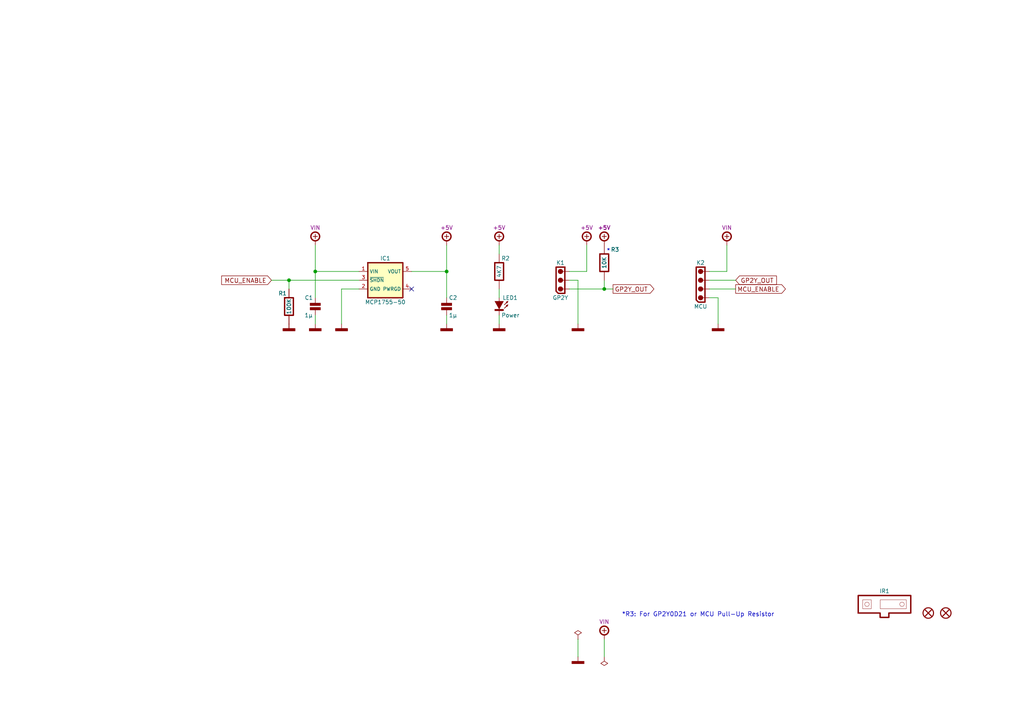
<source format=kicad_sch>
(kicad_sch (version 20211123) (generator eeschema)
  (paper "A4")
  (title_block (title "TBOT - SHARP-GP2Y") (date "01/2022") (rev "A"))
  (lib_symbols
    (symbol "tronixio:CAPACITOR-1206-1U" (pin_numbers hide) (pin_names (offset 0) hide)
      (property "Reference" "C" (at 1.27 2.54 0))
      (property "Value" "CAPACITOR-1206-1U" (at 1.27 -2.54 0))
      (symbol "CAPACITOR-1206-1U_0_1"
        (rectangle (start -1.524 -0.254) (end 1.524 -1.016) (stroke (width 0.001)) (fill (type outline)))
        (rectangle (start -1.524 1.016) (end 1.524 0.254) (stroke (width 0.001)) (fill (type outline)))
      )
      (symbol "CAPACITOR-1206-1U_1_1"
        (pin passive line (at 0 2.54 270) (length 1.905) (name "~") (number "1"))
        (pin passive line (at 0 -2.54 90) (length 1.905) (name "~") (number "2"))
      )
    )
    (symbol "tronixio:KINGBRIGHT-LED-1206-PURPLE" (pin_numbers hide) (pin_names (offset 0) hide)
      (property "Reference" "LED" (at 0 -2.54 0))
      (property "Value" "KINGBRIGHT-LED-1206-PURPLE" (at 0 -5.08 0))
      (symbol "KINGBRIGHT-LED-1206-PURPLE_0_1"
        (rectangle (start -1.27 1.27) (end -0.762 -1.27) (stroke (width 0.001)) (fill (type outline)))
        (polyline (pts (xy 1.524 -1.27) (xy 1.524 1.27) (xy -0.762 0) (xy 1.524 -1.27)) (stroke (width 0.001)) (fill (type outline)))
        (polyline (pts (xy -0.508 1.524) (xy 0.508 2.54) (xy 0.254 2.032) (xy 0 2.286) (xy 0.508 2.54)) (stroke (width 0.2)))
        (polyline (pts (xy 0.508 1.524) (xy 1.524 2.54) (xy 1.27 2.032) (xy 1.016 2.286) (xy 1.524 2.54)) (stroke (width 0.2)))
      )
      (symbol "KINGBRIGHT-LED-1206-PURPLE_1_1"
        (pin passive line (at -2.54 0 0) (length 1.27) (name "K") (number "1"))
        (pin passive line (at 2.54 0 180) (length 1.27) (name "A") (number "2"))
      )
    )
    (symbol "tronixio:MICROCHIP-MCP1755-50-SOT23" (pin_names (offset 0.5))
      (property "Reference" "U" (at 0 6.35 0))
      (property "Value" "MICROCHIP-MCP1755-50-SOT23" (at 0 -6.35 0))
      (symbol "MICROCHIP-MCP1755-50-SOT23_0_1"
        (rectangle (start -5.08 5.08) (end 5.08 -5.08) (stroke (width 0.4)) (fill (type background)))
      )
      (symbol "MICROCHIP-MCP1755-50-SOT23_1_1"
        (pin power_in line (at -7.62 2.54 0) (length 2.54) (name "VIN") (number "1"))
        (pin power_in line (at -7.62 -2.54 0) (length 2.54) (name "GND") (number "2"))
        (pin input line (at -7.62 0 0) (length 2.54) (name "~{SHDN}") (number "3"))
        (pin open_collector line (at 7.62 -2.54 180) (length 2.54) (name "PWRGD") (number "4"))
        (pin power_out line (at 7.62 2.54 180) (length 2.54) (name "VOUT") (number "5"))
      )
    )
    (symbol "tronixio:MOLEX-MICRO-LATCH-03-RIGHT-ANGLE" (pin_numbers hide) (pin_names (offset 0) hide)
      (property "Reference" "K" (at 0 2.54 0))
      (property "Value" "MOLEX-MICRO-LATCH-03-RIGHT-ANGLE" (at 0 -7.62 0))
      (symbol "MOLEX-MICRO-LATCH-03-RIGHT-ANGLE_0_1"
        (circle (center 0 -5.08) (radius 0.635) (stroke (width 0.2)) (fill (type outline)))
        (circle (center 0 -2.54) (radius 0.635) (stroke (width 0.2)) (fill (type outline)))
        (polyline (pts (xy -1.27 -6.35) (xy 1.27 -6.35) (xy 1.27 0.635) (xy 0.635 1.27) (xy -1.27 1.27) (xy -1.27 -6.35)) (stroke (width 0.4)))
        (circle (center 0 0) (radius 0.635) (stroke (width 0.2)) (fill (type outline)))
      )
      (symbol "MOLEX-MICRO-LATCH-03-RIGHT-ANGLE_1_1"
        (pin passive line (at -2.54 0 0) (length 1.905) (name "1") (number "1"))
        (pin passive line (at -2.54 -2.54 0) (length 1.905) (name "2") (number "2"))
        (pin passive line (at -2.54 -5.08 0) (length 1.905) (name "3") (number "3"))
      )
    )
    (symbol "tronixio:MOLEX-MICRO-LATCH-04-RIGHT-ANGLE" (pin_numbers hide) (pin_names (offset 0) hide)
      (property "Reference" "K" (at 0 2.54 0))
      (property "Value" "MOLEX-MICRO-LATCH-04-RIGHT-ANGLE" (at 0 -10.16 0))
      (symbol "MOLEX-MICRO-LATCH-04-RIGHT-ANGLE_0_1"
        (circle (center 0 -7.62) (radius 0.635) (stroke (width 0.2)) (fill (type outline)))
        (circle (center 0 -5.08) (radius 0.635) (stroke (width 0.2)) (fill (type outline)))
        (circle (center 0 -2.54) (radius 0.635) (stroke (width 0.2)) (fill (type outline)))
        (polyline (pts (xy -1.27 -8.89) (xy 1.27 -8.89) (xy 1.27 0.635) (xy 0.635 1.27) (xy -1.27 1.27) (xy -1.27 -8.89)) (stroke (width 0.4)))
        (circle (center 0 0) (radius 0.635) (stroke (width 0.2)) (fill (type outline)))
      )
      (symbol "MOLEX-MICRO-LATCH-04-RIGHT-ANGLE_1_1"
        (pin passive line (at -2.54 0 0) (length 1.905) (name "1") (number "1"))
        (pin passive line (at -2.54 -2.54 0) (length 1.905) (name "2") (number "2"))
        (pin passive line (at -2.54 -5.08 0) (length 1.905) (name "3") (number "3"))
        (pin passive line (at -2.54 -7.62 0) (length 1.905) (name "4") (number "4"))
      )
    )
    (symbol "tronixio:MOUNTING-HOLE-MASK-3MM" (pin_numbers hide) (pin_names (offset 0) hide)
      (symbol "MOUNTING-HOLE-MASK-3MM_0_1"
        (polyline (pts (xy -1.016 -1.016) (xy 1.016 1.016)) (stroke (width 0.3)))
        (polyline (pts (xy 1.016 -1.016) (xy -1.016 1.016)) (stroke (width 0.3)))
        (circle (center 0 0) (radius 1.524) (stroke (width 0.3)))
      )
    )
    (symbol "tronixio:POWER-+5V" (power) (pin_numbers hide) (pin_names (offset 0) hide)
      (property "Name" "+5V" (at 0 5.08 0))
      (symbol "POWER-+5V_0_1"
        (polyline (pts (xy -0.635 2.54) (xy 0.635 2.54)) (stroke (width 0.2)))
        (polyline (pts (xy 0 1.905) (xy 0 3.175)) (stroke (width 0.2)))
        (circle (center 0 2.54) (radius 1.27) (stroke (width 0.4)))
      )
      (symbol "POWER-+5V_1_1"
        (pin power_in line (at 0 0 90) (length 1.27) (name "+5V") (number "1"))
      )
    )
    (symbol "tronixio:POWER-FLAG" (power) (pin_numbers hide) (pin_names (offset 0) hide)
      (symbol "POWER-FLAG_0_0"
        (pin power_out line (at 0 0 90) (length 0) (name "pwr") (number "1"))
      )
      (symbol "POWER-FLAG_0_1"
        (polyline (pts (xy 0 0) (xy 0 1.27) (xy -1.016 1.905) (xy 0 2.54) (xy 1.016 1.905) (xy 0 1.27)))
      )
    )
    (symbol "tronixio:POWER-GND" (power) (pin_numbers hide) (pin_names (offset 0) hide)
      (symbol "POWER-GND_0_1"
        (rectangle (start -1.778 -2.032) (end 1.778 -1.27) (stroke (width 0.001)) (fill (type outline)))
      )
      (symbol "POWER-GND_1_1"
        (pin power_in line (at 0 0 270) (length 1.27) (name "GND") (number "1"))
      )
    )
    (symbol "tronixio:POWER-VIN" (power) (pin_numbers hide) (pin_names (offset 0) hide)
      (property "Name" "VIN" (at 0 5.08 0))
      (symbol "POWER-VIN_0_1"
        (polyline (pts (xy -0.635 2.54) (xy 0.635 2.54)) (stroke (width 0.2)))
        (polyline (pts (xy 0 1.905) (xy 0 3.175)) (stroke (width 0.2)))
        (circle (center 0 2.54) (radius 1.27) (stroke (width 0.4)))
      )
      (symbol "POWER-VIN_1_1"
        (pin power_in line (at 0 0 90) (length 1.27) (name "VIN") (number "1"))
      )
    )
    (symbol "tronixio:RESISTOR-1206-100K" (pin_numbers hide) (pin_names (offset 0) hide)
      (property "Reference" "R" (at 2.54 1.27 0))
      (property "Value" "RESISTOR-1206-100K" (at 2.54 -1.27 0))
      (symbol "RESISTOR-1206-100K_0_1"
        (rectangle (start -1.27 -2.54) (end 1.27 2.54) (stroke (width 0.4)))
      )
      (symbol "RESISTOR-1206-100K_1_1"
        (pin passive line (at 0 5.08 270) (length 2.54) (name "~") (number "1"))
        (pin passive line (at 0 -5.08 90) (length 2.54) (name "~") (number "2"))
      )
    )
    (symbol "tronixio:RESISTOR-1206-10K" (pin_numbers hide) (pin_names (offset 0) hide)
      (property "Reference" "R" (at 2.54 1.27 0))
      (property "Value" "RESISTOR-1206-10K" (at 2.54 -1.27 0))
      (symbol "RESISTOR-1206-10K_0_1"
        (rectangle (start -1.27 -2.54) (end 1.27 2.54) (stroke (width 0.4)))
      )
      (symbol "RESISTOR-1206-10K_1_1"
        (pin passive line (at 0 5.08 270) (length 2.54) (name "~") (number "1"))
        (pin passive line (at 0 -5.08 90) (length 2.54) (name "~") (number "2"))
      )
    )
    (symbol "tronixio:RESISTOR-1206-4K7" (pin_numbers hide) (pin_names (offset 0) hide)
      (property "Reference" "R" (at 2.54 1.27 0))
      (property "Value" "RESISTOR-1206-4K7" (at 2.54 -1.27 0))
      (symbol "RESISTOR-1206-4K7_0_1"
        (rectangle (start -1.27 -2.54) (end 1.27 2.54) (stroke (width 0.4)))
      )
      (symbol "RESISTOR-1206-4K7_1_1"
        (pin passive line (at 0 5.08 270) (length 2.54) (name "~") (number "1"))
        (pin passive line (at 0 -5.08 90) (length 2.54) (name "~") (number "2"))
      )
    )
    (symbol "tronixio:SHARP-GP2Y0A21" (pin_numbers hide) (pin_names (offset 0) hide)
      (property "Reference" "IR" (at 0 6.35 0))
      (property "Value" "SHARP-GP2Y0A21" (at 0 3.81 0))
      (symbol "SHARP-GP2Y0A21_0_1"
        (rectangle (start -6.35 -1.27) (end -3.81 1.27) (stroke (width 0.0006)))
        (circle (center -5.08 0) (radius 0.635) (stroke (width 0.0006)))
        (rectangle (start -1.27 -1.27) (end 6.35 1.27) (stroke (width 0.0006)))
        (polyline (pts (xy -7.62 -2.54) (xy -1.27 -2.54) (xy -1.27 -3.81) (xy 1.27 -3.81) (xy 1.27 -2.54) (xy 7.62 -2.54) (xy 7.62 2.54) (xy -7.62 2.54) (xy -7.62 -2.54)) (stroke (width 0.4)))
        (circle (center 5.08 0) (radius 0.635) (stroke (width 0.0006)))
      )
    )
  )
  (junction (at 83.82 81.28) (diameter 0.9144))
  (junction (at 129.54 78.74) (diameter 0.9144))
  (junction (at 91.44 78.74) (diameter 0.9144))
  (junction (at 175.26 83.82))
  (no_connect (at 119.38 83.82))
  (wire (pts (xy 208.28 86.36) (xy 205.74 86.36)))
  (wire (pts (xy 99.06 83.82) (xy 99.06 93.98)))
  (wire (pts (xy 91.44 71.12) (xy 91.44 78.74)))
  (wire (pts (xy 91.44 78.74) (xy 91.44 86.36)))
  (wire (pts (xy 119.38 78.74) (xy 129.54 78.74)))
  (wire (pts (xy 129.54 91.44) (xy 129.54 93.98)))
  (wire (pts (xy 175.26 83.82) (xy 177.8 83.82)))
  (wire (pts (xy 83.82 81.28) (xy 104.14 81.28)))
  (wire (pts (xy 78.74 81.28) (xy 83.82 81.28)))
  (wire (pts (xy 99.06 83.82) (xy 104.14 83.82)))
  (wire (pts (xy 91.44 78.74) (xy 104.14 78.74)))
  (wire (pts (xy 208.28 93.98) (xy 208.28 86.36)))
  (wire (pts (xy 175.26 81.28) (xy 175.26 83.82)))
  (wire (pts (xy 175.26 185.42) (xy 175.26 190.5)))
  (wire (pts (xy 144.78 91.44) (xy 144.78 93.98)))
  (wire (pts (xy 144.78 86.36) (xy 144.78 83.82)))
  (wire (pts (xy 129.54 71.12) (xy 129.54 78.74)))
  (wire (pts (xy 129.54 78.74) (xy 129.54 86.36)))
  (wire (pts (xy 170.18 71.12) (xy 170.18 78.74)))
  (wire (pts (xy 165.1 83.82) (xy 175.26 83.82)))
  (wire (pts (xy 205.74 83.82) (xy 213.36 83.82)))
  (wire (pts (xy 91.44 91.44) (xy 91.44 93.98)))
  (wire (pts (xy 210.82 78.74) (xy 210.82 71.12)))
  (wire (pts (xy 144.78 71.12) (xy 144.78 73.66)))
  (wire (pts (xy 205.74 81.28) (xy 213.36 81.28)))
  (wire (pts (xy 83.82 81.28) (xy 83.82 83.82)))
  (wire (pts (xy 165.1 81.28) (xy 167.64 81.28)))
  (wire (pts (xy 165.1 78.74) (xy 170.18 78.74)))
  (wire (pts (xy 167.64 81.28) (xy 167.64 93.98)))
  (wire (pts (xy 205.74 78.74) (xy 210.82 78.74)))
  (wire (pts (xy 167.64 185.42) (xy 167.64 190.5)))
  (text "*" (at 175.895 73.66 0) (effects (font (size 1.27 1.27)) (justify left bottom)))
  (text "*R3: For GP2Y0D21 or MCU Pull-Up Resistor" (at 180.34 179.07 0) (effects (font (size 1.27 1.27)) (justify left bottom)))
  (global_label "MCU_ENABLE" (shape input) (at 78.74 81.28 180) (property "Intersheet References" "${INTERSHEET_REFS}" (effects hide)))
  (global_label "MCU_ENABLE" (shape output) (at 213.36 83.82 0) (property "Intersheet References" "${INTERSHEET_REFS}" (effects hide)))
  (global_label "GP2Y_OUT" (shape output) (at 177.8 83.82 0) (property "Intersheet References" "${INTERSHEET_REFS}" (effects hide)))
  (global_label "GP2Y_OUT" (shape input) (at 213.36 81.28 0) (property "Intersheet References" "${INTERSHEET_REFS}" (effects hide)))
  (symbol (lib_id "tronixio:RESISTOR-1206-100K") (at 83.82 88.9 0) (unit 1)
    (property "Reference" "R1" (at 83.185 85.09 0) (effects (font (size 1.15 1.15)) (justify right)))
    (property "Value" "100K" (at 83.82 88.9 90) (effects (font (size 1.15 1.15))))
    (property "Footprint" "tronixio:RESISTOR-1206" (effects hide))
    (property "Datasheet" "https://www.koaspeer.com/pdfs/RK73B.pdf" (effects hide))
    (property "Tolerance" "5%" (effects hide))
    (property "Mouser" "660-RK73B2BTTDD104J" (effects hide))
    (property "Name" "RESISTOR-1206-100K" (effects hide))
  )
  (symbol (lib_id "tronixio:POWER-GND") (at 208.28 93.98 0) (unit 1)
    (property "Reference" "#PWR014" (effects hide))
    (property "Value" "POWER-GND" (effects hide))
  )
  (symbol (lib_id "tronixio:CAPACITOR-1206-1U") (at 129.54 88.9 0) (unit 1)
    (property "Reference" "C2" (at 130.175 86.36 0) (effects (font (size 1.15 1.15)) (justify left)))
    (property "Value" "1µ" (at 130.175 91.44 0) (effects (font (size 1.15 1.15)) (justify left)))
    (property "Footprint" "tronixio:CAPACITOR-1206" (effects hide))
    (property "Datasheet" "https://content.kemet.com/datasheets/KEM_C1090_X7R_ESD.pdf" (effects hide))
    (property "Voltage" "50V" (effects hide))
    (property "Tolerance" "20%" (effects hide))
    (property "Mouser" "C1206C105M5RACTU" (effects hide))
    (property "Name" "CAPACITOR-1206-1U" (effects hide))
  )
  (symbol (lib_id "tronixio:POWER-+5V") (at 144.78 71.12 0) (unit 1)
    (property "Reference" "#PWR07" (effects hide))
    (property "Value" "POWER-+5V" (effects hide))
    (property "Name" "+5V" (at 144.78 66.04 0) (effects (font (size 1.15 1.15))))
  )
  (symbol (lib_id "tronixio:POWER-+5V") (at 170.18 71.12 0) (unit 1)
    (property "Reference" "#PWR09" (effects hide))
    (property "Value" "POWER-+5V" (effects hide))
    (property "Name" "+5V" (at 170.18 66.04 0) (effects (font (size 1.15 1.15))))
  )
  (symbol (lib_id "tronixio:MOLEX-MICRO-LATCH-04-RIGHT-ANGLE") (at 203.2 86.36 180) (unit 1)
    (property "Reference" "K2" (at 203.2 76.2 0) (effects (font (size 1.15 1.15))))
    (property "Value" "MCU" (at 203.2 88.9 0) (effects (font (size 1.15 1.15))))
    (property "Footprint" "tronixio:MOLEX-532540470" (effects hide))
    (property "Datasheet" "https://www.molex.com/pdm_docs/sd/532540470_sd.pdf" (effects hide))
    (property "Mouser" "538-53254-0470" (effects hide))
    (property "Name" "MOLEX-MICRO-LATCH-04-RIGHT-ANGLE" (effects hide))
  )
  (symbol (lib_id "tronixio:POWER-GND") (at 83.82 93.98 0) (unit 1)
    (property "Reference" "#PWR01" (effects hide))
    (property "Value" "POWER-GND" (effects hide))
  )
  (symbol (lib_id "tronixio:POWER-FLAG") (at 167.64 185.42 0) (unit 1)
    (property "Reference" "#FLG01" (effects hide))
    (property "Value" "PWR_FLAG" (effects hide))
  )
  (symbol (lib_id "tronixio:POWER-VIN") (at 175.26 185.42 0) (unit 1)
    (property "Reference" "#PWR012" (effects hide))
    (property "Value" "POWER-VIN" (effects hide))
    (property "Name" "VIN" (at 175.26 180.34 0) (effects (font (size 1.15 1.15))))
  )
  (symbol (lib_id "tronixio:POWER-+5V") (at 129.54 71.12 0) (unit 1)
    (property "Reference" "#PWR05" (effects hide))
    (property "Value" "POWER-+5V" (effects hide))
    (property "Name" "+5V" (at 129.54 66.04 0) (effects (font (size 1.15 1.15))))
  )
  (symbol (lib_id "tronixio:SHARP-GP2Y0A21") (at 256.54 175.26 0) (unit 1)
    (property "Reference" "IR1" (at 256.54 171.45 0) (effects (font (size 1.15 1.15))))
    (property "Value" "SHARP-GP2Y0xx1" (effects hide))
    (property "Footprint" "tronixio:SHARP-GP2Y0A" (effects hide))
    (property "Datasheet" "http://global.sharp/products/device/lineup/selection/opto/haca/diagram.html" (effects hide))
    (property "Name" "SHARP-GP2Y0A21" (effects hide))
    (property "Mouser" "852-GP2Y0A21YK0F" (effects hide))
  )
  (symbol (lib_id "tronixio:MOUNTING-HOLE-MASK-3MM") (at 269.24 177.8 0) (unit 1)
    (property "Reference" "H1" (effects hide))
    (property "Value" "MOUNTING-HOLE-MASK-3MM" (effects hide))
    (property "Footprint" "tronixio:M3-MASK" (effects hide))
  )
  (symbol (lib_id "tronixio:POWER-VIN") (at 210.82 71.12 0) (unit 1)
    (property "Reference" "#PWR013" (effects hide))
    (property "Value" "POWER-VIN" (effects hide))
    (property "Name" "VIN" (at 210.82 66.04 0) (effects (font (size 1.15 1.15))))
  )
  (symbol (lib_id "tronixio:POWER-FLAG") (at 175.26 190.5 180) (unit 1)
    (property "Reference" "#FLG02" (effects hide))
    (property "Value" "PWR_FLAG" (effects hide))
  )
  (symbol (lib_id "tronixio:RESISTOR-1206-10K") (at 175.26 76.2 0) (unit 1)
    (property "Reference" "R3" (at 177.165 72.39 0) (effects (font (size 1.15 1.15)) (justify left)))
    (property "Value" "10K" (at 175.26 76.2 90) (effects (font (size 1.15 1.15))))
    (property "Footprint" "tronixio:RESISTOR-1206" (effects hide))
    (property "Datasheet" "https://www.koaspeer.com/pdfs/RK73B.pdf" (effects hide))
    (property "Tolerance" "5%" (effects hide))
    (property "Mouser" "660-RK73B2BTTDD103J" (effects hide))
    (property "Name" "RESISTOR-1206-10K" (effects hide))
  )
  (symbol (lib_id "tronixio:MOUNTING-HOLE-MASK-3MM") (at 274.32 177.8 0) (unit 1)
    (property "Reference" "H2" (effects hide))
    (property "Value" "MOUNTING-HOLE-MASK-3MM" (effects hide))
    (property "Footprint" "tronixio:M3-MASK" (effects hide))
  )
  (symbol (lib_id "tronixio:POWER-GND") (at 167.64 93.98 0) (unit 1)
    (property "Reference" "#PWR010" (effects hide))
    (property "Value" "POWER-GND" (effects hide))
  )
  (symbol (lib_id "tronixio:POWER-VIN") (at 91.44 71.12 0) (unit 1)
    (property "Reference" "#PWR02" (effects hide))
    (property "Value" "POWER-VIN" (effects hide))
    (property "Name" "VIN" (at 91.44 66.04 0) (effects (font (size 1.15 1.15))))
  )
  (symbol (lib_id "tronixio:CAPACITOR-1206-1U") (at 91.44 88.9 0) (unit 1)
    (property "Reference" "C1" (at 90.805 86.36 0) (effects (font (size 1.15 1.15)) (justify right)))
    (property "Value" "1µ" (at 90.805 91.44 0) (effects (font (size 1.15 1.15)) (justify right)))
    (property "Footprint" "tronixio:CAPACITOR-1206" (effects hide))
    (property "Datasheet" "https://content.kemet.com/datasheets/KEM_C1090_X7R_ESD.pdf" (effects hide))
    (property "Voltage" "50V" (effects hide))
    (property "Tolerance" "20%" (effects hide))
    (property "Mouser" "C1206C105M5RACTU" (effects hide))
    (property "Name" "CAPACITOR-1206-1U" (effects hide))
  )
  (symbol (lib_id "tronixio:POWER-+5V") (at 175.26 71.12 0) (unit 1)
    (property "Reference" "#PWR0101" (effects hide))
    (property "Value" "POWER-+5V" (effects hide))
    (property "Name" "+5V" (at 175.26 66.04 0) (effects (font (size 1.15 1.15))))
  )
  (symbol (lib_id "tronixio:MICROCHIP-MCP1755-50-SOT23") (at 111.76 81.28 0) (unit 1)
    (property "Reference" "IC1" (at 111.76 74.93 0) (effects (font (size 1.15 1.15))))
    (property "Value" "MCP1755-50" (at 111.76 87.63 0) (effects (font (size 1.15 1.15))))
    (property "Footprint" "tronixio:SOT-23-5" (effects hide))
    (property "Datasheet" "https://www.microchip.com/en-us/product/MCP1755" (effects hide))
    (property "Name" "MICROCHIP-MCP1755-50-SOT23" (effects hide))
    (property "Mouser" "579-MCP1755T-5002EOT" (effects hide))
  )
  (symbol (lib_id "tronixio:POWER-GND") (at 129.54 93.98 0) (unit 1)
    (property "Reference" "#PWR06" (effects hide))
    (property "Value" "POWER-GND" (effects hide))
  )
  (symbol (lib_id "tronixio:POWER-GND") (at 144.78 93.98 0) (unit 1)
    (property "Reference" "#PWR08" (effects hide))
    (property "Value" "POWER-GND" (effects hide))
  )
  (symbol (lib_id "tronixio:KINGBRIGHT-LED-1206-PURPLE") (at 144.78 88.9 270) (mirror x) (unit 1)
    (property "Reference" "LED1" (at 147.955 86.36 90) (effects (font (size 1.15 1.15))))
    (property "Value" "Power" (at 145.415 91.44 90) (effects (font (size 1.15 1.15)) (justify left)))
    (property "Footprint" "tronixio:LED-1206" (effects hide))
    (property "Datasheet" "https://www.kingbrightusa.com/images/catalog/SPEC/APTR3216-VFX.pdf" (effects hide))
    (property "Mouser" "604-APTR3216-VFX" (effects hide))
    (property "Name" "KINGBRIGHT-LED-1206-PURPLE" (effects hide))
  )
  (symbol (lib_id "tronixio:POWER-GND") (at 91.44 93.98 0) (unit 1)
    (property "Reference" "#PWR03" (effects hide))
    (property "Value" "POWER-GND" (effects hide))
  )
  (symbol (lib_id "tronixio:POWER-GND") (at 99.06 93.98 0) (unit 1)
    (property "Reference" "#PWR04" (effects hide))
    (property "Value" "POWER-GND" (effects hide))
  )
  (symbol (lib_id "tronixio:RESISTOR-1206-4K7") (at 144.78 78.74 0) (unit 1)
    (property "Reference" "R2" (at 145.415 74.93 0) (effects (font (size 1.15 1.15)) (justify left)))
    (property "Value" "4K7" (at 144.78 78.74 90) (effects (font (size 1.15 1.15))))
    (property "Footprint" "tronixio:RESISTOR-1206" (effects hide))
    (property "Datasheet" "https://www.koaspeer.com/pdfs/RK73B.pdf" (effects hide))
    (property "Tolerance" "5%" (effects hide))
    (property "Mouser" "660-RK73B2BTTDD472J" (effects hide))
    (property "Name" "RESISTOR-1206-4K7" (effects hide))
  )
  (symbol (lib_id "tronixio:POWER-GND") (at 167.64 190.5 0) (unit 1)
    (property "Reference" "#PWR011" (effects hide))
    (property "Value" "POWER-GND" (effects hide))
  )
  (symbol (lib_id "tronixio:MOLEX-MICRO-LATCH-03-RIGHT-ANGLE") (at 162.56 83.82 180) (unit 1)
    (property "Reference" "K1" (at 162.56 76.2 0) (effects (font (size 1.15 1.15))))
    (property "Value" "GP2Y" (at 162.56 86.36 0) (effects (font (size 1.15 1.15))))
    (property "Footprint" "tronixio:MOLEX-532540370" (effects hide))
    (property "Datasheet" "https://www.molex.com/pdm_docs/sd/532540370_sd.pdf" (effects hide))
    (property "Mouser" "538-53254-0370" (effects hide))
    (property "Name" "MOLEX-MICRO-LATCH-03-RIGHT-ANGLE" (effects hide))
  )
)
</source>
